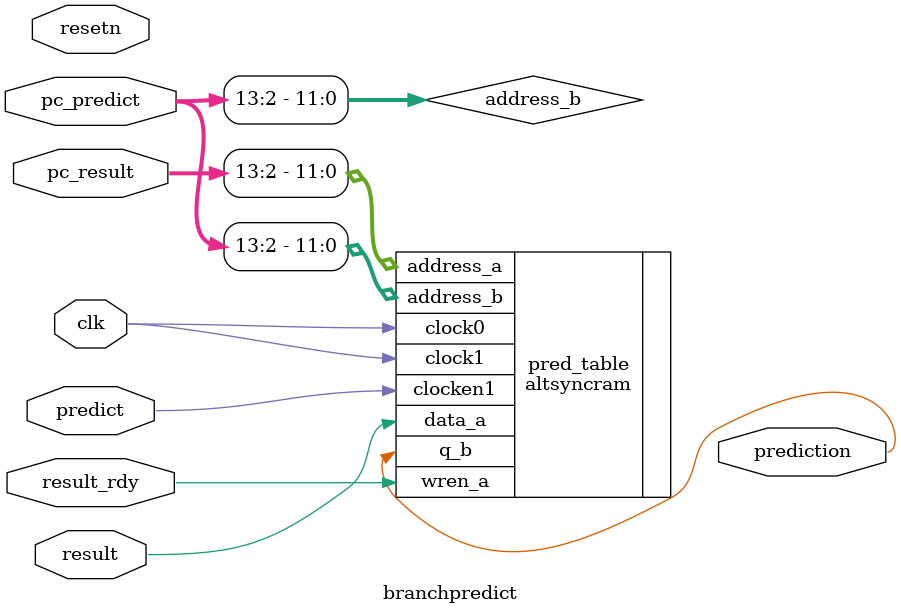
<source format=v>

module branchpredict ( clk, resetn,
    predict,
    prediction,
    pc_predict,
    result_rdy,
    result,
    pc_result);
parameter PCWIDTH=32;
parameter TABLEDEPTH=4096;
parameter LOG2TABLEDEPTH=12;
parameter TABLEWIDTH=1;

input clk;
input resetn;

// Prediction Port
input predict;                  // When high tells predictor to predict in next cycle
input [PCWIDTH-1:0] pc_predict; // The PC value for which to predict 
output prediction;              // The actual prediction 1-taken, 0-nottaken

// Prediction Result Port - tells us if the prediction made at pc_result was taken
input result_rdy;               // The branch has been resolved when result_rdy goes hi
input [PCWIDTH-1:0] pc_result;  // The PC value that this result is for
input result;                   // The actual result 1-taken, 0-nottaken

wire [LOG2TABLEDEPTH-1:0] address_b;

assign address_b=pc_predict[LOG2TABLEDEPTH+2-1:2];

	altsyncram	pred_table(
				.clock0 (clk),
				.wren_a (result_rdy),
				.address_a (pc_result[LOG2TABLEDEPTH+2-1:2]),
				.data_a (result),
				.address_b (address_b),
        .clock1 (clk),
        .clocken1 (predict),
				.q_b (prediction)
        // synopsys translate_off
        ,
        .aclr0 (1'b0),
        .aclr1 (1'b0),
        .byteena_a (1'b1),
        .byteena_b (1'b1),
        .data_b (32'b11111111),
        .wren_b (1'b0),
        .rden_b(1'b1),
        .q_a (),
        .clocken0 (1'b1),
        .addressstall_a (1'b0),
        .addressstall_b (1'b0)
        // synopsys translate_on
    );
	defparam
		pred_table.operation_mode = "DUAL_PORT",
		pred_table.width_a = TABLEWIDTH,
		pred_table.widthad_a = LOG2TABLEDEPTH,
		pred_table.numwords_a = TABLEDEPTH,
		pred_table.width_b = TABLEWIDTH,
		pred_table.widthad_b = LOG2TABLEDEPTH,
		pred_table.numwords_b = TABLEDEPTH,
		pred_table.lpm_type = "altsyncram",
		pred_table.width_byteena_a = 1,
		pred_table.outdata_reg_b = "UNREGISTERED",
		pred_table.indata_aclr_a = "NONE",
		pred_table.wrcontrol_aclr_a = "NONE",
		pred_table.address_aclr_a = "NONE",
		pred_table.rdcontrol_reg_b = "CLOCK1",
		pred_table.address_reg_b = "CLOCK1",
		pred_table.address_aclr_b = "NONE",
		pred_table.outdata_aclr_b = "NONE",
		pred_table.read_during_write_mode_mixed_ports = "OLD_DATA",
		pred_table.ram_block_type = "AUTO",
		pred_table.intended_device_family = "Stratix";


endmodule

</source>
